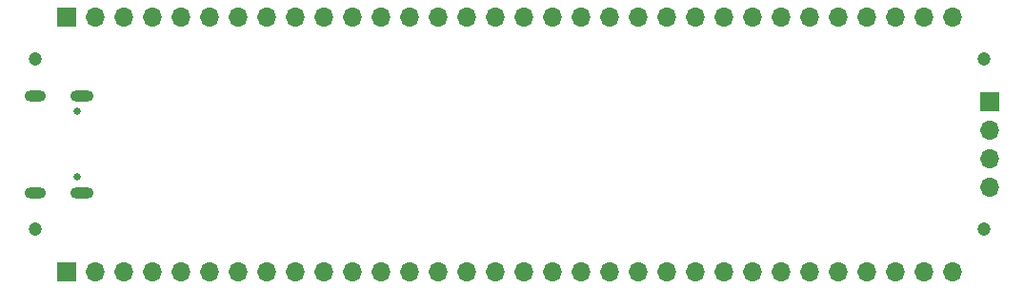
<source format=gbs>
%TF.GenerationSoftware,KiCad,Pcbnew,7.0.10*%
%TF.CreationDate,2024-02-07T15:53:30+08:00*%
%TF.ProjectId,UINIO-MCU-GD32F350RBT6,55494e49-4f2d-44d4-9355-2d4744333246,Version 3.2.0*%
%TF.SameCoordinates,PX6853c38PY56b895f*%
%TF.FileFunction,Soldermask,Bot*%
%TF.FilePolarity,Negative*%
%FSLAX46Y46*%
G04 Gerber Fmt 4.6, Leading zero omitted, Abs format (unit mm)*
G04 Created by KiCad (PCBNEW 7.0.10) date 2024-02-07 15:53:30*
%MOMM*%
%LPD*%
G01*
G04 APERTURE LIST*
%ADD10C,1.200000*%
%ADD11C,0.650000*%
%ADD12O,2.100000X1.000000*%
%ADD13O,1.900000X1.000000*%
%ADD14R,1.700000X1.700000*%
%ADD15O,1.700000X1.700000*%
G04 APERTURE END LIST*
D10*
%TO.C,HOLE1*%
X83235000Y-20256401D03*
%TD*%
%TO.C,HOLE3*%
X-1065000Y-20256401D03*
%TD*%
%TO.C,HOLE2*%
X83225000Y-5146401D03*
%TD*%
D11*
%TO.C,USB1*%
X2614000Y-9810000D03*
X2614000Y-15590000D03*
D12*
X3114000Y-8375000D03*
X3114000Y-17025000D03*
D13*
X-1086000Y-8375000D03*
X-1086000Y-17025000D03*
%TD*%
D14*
%TO.C,J3*%
X83785000Y-8886401D03*
D15*
X83785000Y-11426401D03*
X83785000Y-13966401D03*
X83785000Y-16506401D03*
%TD*%
D10*
%TO.C,HOLE4*%
X-1065000Y-5146401D03*
%TD*%
D14*
%TO.C,J2*%
X1705000Y-1346401D03*
D15*
X4245000Y-1346401D03*
X6785000Y-1346401D03*
X9325000Y-1346401D03*
X11865000Y-1346401D03*
X14405000Y-1346401D03*
X16945000Y-1346401D03*
X19485000Y-1346401D03*
X22025000Y-1346401D03*
X24565000Y-1346401D03*
X27105000Y-1346401D03*
X29645000Y-1346401D03*
X32185000Y-1346401D03*
X34725000Y-1346401D03*
X37265000Y-1346401D03*
X39805000Y-1346401D03*
X42345000Y-1346401D03*
X44885000Y-1346401D03*
X47425000Y-1346401D03*
X49965000Y-1346401D03*
X52505000Y-1346401D03*
X55045000Y-1346401D03*
X57585000Y-1346401D03*
X60125000Y-1346401D03*
X62665000Y-1346401D03*
X65205000Y-1346401D03*
X67745000Y-1346401D03*
X70285000Y-1346401D03*
X72825000Y-1346401D03*
X75365000Y-1346401D03*
X77905000Y-1346401D03*
X80445000Y-1346401D03*
%TD*%
D14*
%TO.C,J1*%
X1705000Y-24056401D03*
D15*
X4245000Y-24056401D03*
X6785000Y-24056401D03*
X9325000Y-24056401D03*
X11865000Y-24056401D03*
X14405000Y-24056401D03*
X16945000Y-24056401D03*
X19485000Y-24056401D03*
X22025000Y-24056401D03*
X24565000Y-24056401D03*
X27105000Y-24056401D03*
X29645000Y-24056401D03*
X32185000Y-24056401D03*
X34725000Y-24056401D03*
X37265000Y-24056401D03*
X39805000Y-24056401D03*
X42345000Y-24056401D03*
X44885000Y-24056401D03*
X47425000Y-24056401D03*
X49965000Y-24056401D03*
X52505000Y-24056401D03*
X55045000Y-24056401D03*
X57585000Y-24056401D03*
X60125000Y-24056401D03*
X62665000Y-24056401D03*
X65205000Y-24056401D03*
X67745000Y-24056401D03*
X70285000Y-24056401D03*
X72825000Y-24056401D03*
X75365000Y-24056401D03*
X77905000Y-24056401D03*
X80445000Y-24056401D03*
%TD*%
M02*

</source>
